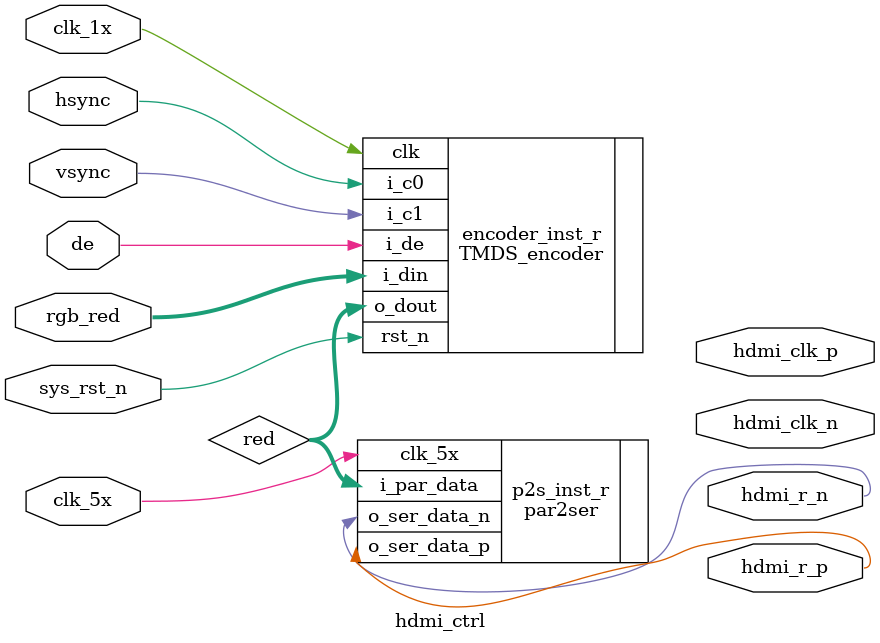
<source format=v>
`include "TMDS_encoder_hdmi.v"
`include "par2ser_hdmi.v"

module hdmi_ctrl(// input
				clk_1x,
				clk_5x,
				sys_rst_n,
				rgb_red,
				// rgb_green,
				// rgb_blue,
				hsync,
				vsync,
				de,
				
				
				// output
				hdmi_clk_p,
				hdmi_clk_n,
				hdmi_r_p,
				hdmi_r_n,
				// hdmi_g_p,
				// hdmi_g_n,
				// hdmi_b_p,
				// hdmi_b_n
);

//================================================================
//  INPUT AND OUTPUT DECLARATION                         
//================================================================
// input
input 		clk_1x;
input 		clk_5x;
input 		sys_rst_n;
input [7:0] rgb_red;
// input [7:0] rgb_green;
// input [7:0] rgb_blue;
input		hsync;
input		vsync;
input		de;

// output
output		hdmi_clk_p;
output      hdmi_clk_n;
output      hdmi_r_p;
output      hdmi_r_n;


//================================================================
//  Wires & Registers
//================================================================
wire [9:0] red;
// wire [9:0] green;
// wire [9:0] blue; 


//================================================================
//  TMDS encoder
//================================================================
TMDS_encoder encoder_inst_r(
			.clk		(clk_1x					),
			.rst_n		(sys_rst_n				),
			.i_din		(rgb_red				),
			.i_c0		(hsync					),
			.i_c1		(vsync					),
			.i_de		(de						),
			.o_dout		(red					)
);

/*TMDS_encoder encoder_inst_g(
			.clk		(clk_1x					),
			.rst_n		(sys_rst_n				),
			.i_din		(rgb_red				),
			.i_c0		(hsync					),
			.i_c1		(vsync					),
			.i_de		(de						),
			.o_dout		(green					)
				);

TMDS_encoder encoder_inst_b(
			.clk		(clk_1x					),
			.rst_n		(sys_rst_n				),
			.i_din		(rgb_red				),
			.i_c0		(hsync					),
			.i_c1		(vsync					),
			.i_de		(de						),
			.o_dout		(blue					)
				);*/


//================================================================
//  par to ser
//================================================================
par2ser p2s_inst_r(
			.clk_5x			(clk_5x				),
			.i_par_data		(red				),
			.o_ser_data_p	(hdmi_r_p			),
			.o_ser_data_n	(hdmi_r_n			)
);

/* par2ser p2s_inst_g(
			.clk_5x(),
			.i_par_data(),
			.o_ser_data_p(),
			.o_ser_data_n(),
);

par2ser p2s_inst_b(
			.clk_5x(),
			.i_par_data(),
			.o_ser_data_p(),
			.o_ser_data_n(),
); */


endmodule
</source>
